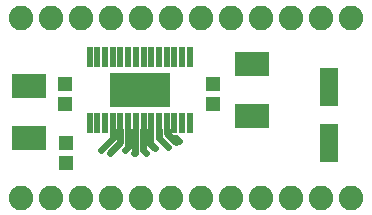
<source format=gts>
G75*
G70*
%OFA0B0*%
%FSLAX24Y24*%
%IPPOS*%
%LPD*%
%AMOC8*
5,1,8,0,0,1.08239X$1,22.5*
%
%ADD10C,0.0240*%
%ADD11C,0.0820*%
%ADD12R,0.0198X0.0710*%
%ADD13R,0.2047X0.1181*%
%ADD14R,0.0474X0.0513*%
%ADD15R,0.1143X0.0789*%
%ADD16R,0.0631X0.1261*%
D10*
X003905Y003050D02*
X004255Y003400D01*
X004255Y003800D01*
X004005Y003800D02*
X004005Y003550D01*
X003605Y003150D01*
X004405Y003150D02*
X004505Y003250D01*
X004505Y003800D01*
X004755Y003800D02*
X004755Y003050D01*
X004705Y003050D01*
X005005Y003150D02*
X005105Y003050D01*
X005005Y003150D02*
X005005Y003800D01*
X005255Y003800D02*
X005255Y003350D01*
X005405Y003200D01*
X005555Y003550D02*
X005855Y003250D01*
X006105Y003400D02*
X005955Y003550D01*
X006105Y003550D01*
X006205Y003450D01*
X005955Y003550D02*
X005805Y003700D01*
X005805Y003800D01*
X005555Y003800D02*
X005555Y003550D01*
D11*
X000955Y001550D03*
X001955Y001550D03*
X002955Y001550D03*
X003955Y001550D03*
X004955Y001550D03*
X005955Y001550D03*
X006955Y001550D03*
X007955Y001550D03*
X008955Y001550D03*
X009955Y001550D03*
X010955Y001550D03*
X011955Y001550D03*
X011955Y007550D03*
X010955Y007550D03*
X009955Y007550D03*
X008955Y007550D03*
X007955Y007550D03*
X006955Y007550D03*
X005955Y007550D03*
X004955Y007550D03*
X003955Y007550D03*
X002955Y007550D03*
X001955Y007550D03*
X000955Y007550D03*
D12*
X003242Y006252D03*
X003498Y006252D03*
X003753Y006252D03*
X004009Y006252D03*
X004265Y006252D03*
X004521Y006252D03*
X004777Y006252D03*
X005033Y006252D03*
X005289Y006252D03*
X005545Y006252D03*
X005801Y006252D03*
X006057Y006252D03*
X006312Y006252D03*
X006568Y006252D03*
X006568Y004048D03*
X006312Y004048D03*
X006057Y004048D03*
X005801Y004048D03*
X005545Y004048D03*
X005289Y004048D03*
X005033Y004048D03*
X004777Y004048D03*
X004521Y004048D03*
X004265Y004048D03*
X004009Y004048D03*
X003753Y004048D03*
X003498Y004048D03*
X003242Y004048D03*
D13*
X004905Y005150D03*
D14*
X007355Y005335D03*
X007355Y004665D03*
X002405Y004665D03*
X002405Y005335D03*
X002455Y003385D03*
X002455Y002715D03*
D15*
X001205Y003534D03*
X001205Y005266D03*
X008655Y006016D03*
X008655Y004284D03*
D16*
X011205Y003355D03*
X011205Y005245D03*
M02*

</source>
